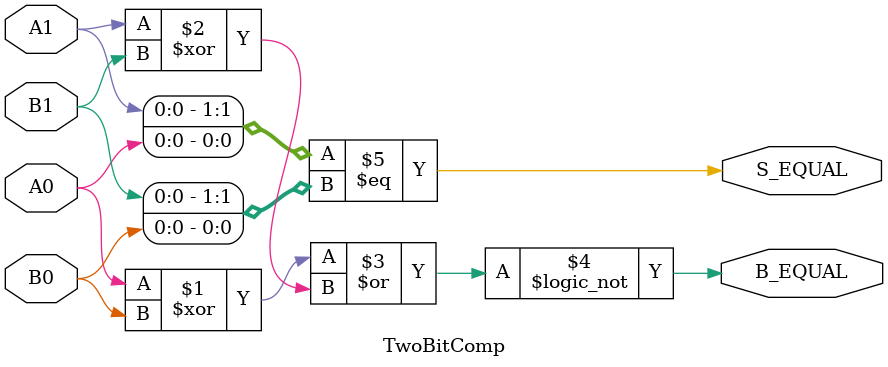
<source format=v>


// two-bit comparison done two ways

module TwoBitComp(
  input  A0,        // LSB of addend A
  input  A1,        // MSB of addend A  
  input  B0,
  input  B1,  
  output S_EQUAL,   // LED 7 - output of strutural version
  output B_EQUAL    // LED 8 - output of behavioral version
);


  // behavorial version compares bits with XOR
  assign B_EQUAL = !((A0 ^ B0) | (A1 ^  B1));  
  
  // structural version compares two vectors for equality
  assign S_EQUAL = {A1, A0} ==  {B1, B0};

endmodule
</source>
